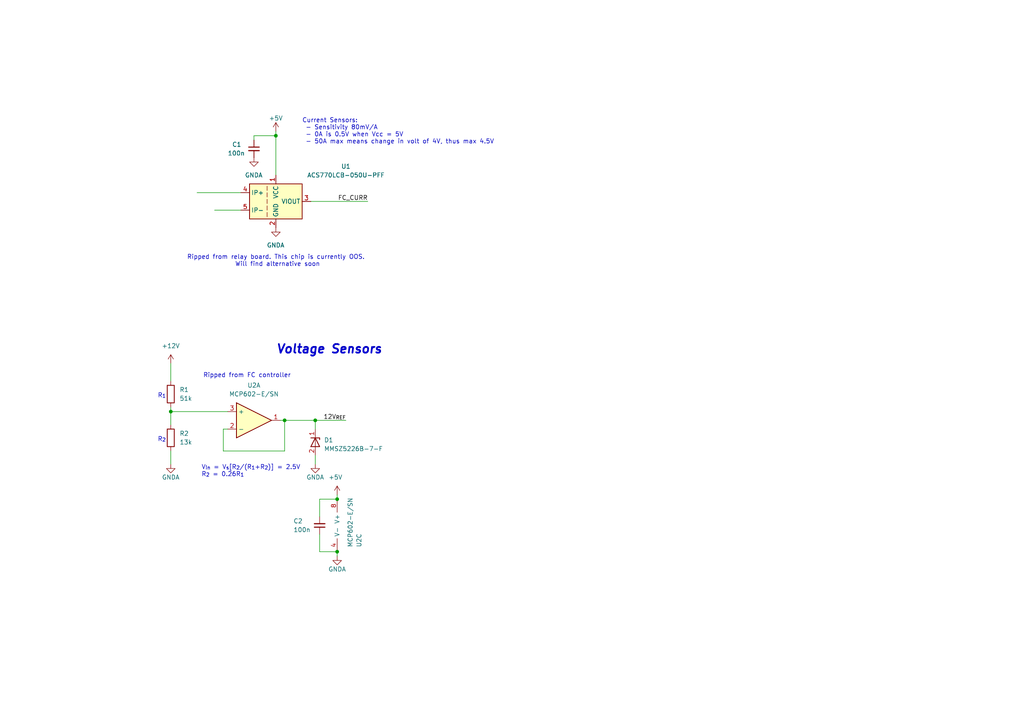
<source format=kicad_sch>
(kicad_sch (version 20231120) (generator "eeschema") (generator_version "8.0")
  (paper "A4")
  (lib_symbols
    (symbol "Device:C_Small" (pin_numbers hide) (pin_names (offset 0.254) hide)
      (property "Reference" "C" (at 0.254 1.778 0))
      (property "Value" "C_Small" (at 0.254 -2.032 0))
      (symbol "C_Small_0_1"
        (polyline (pts (xy -1.524 -0.508) (xy 1.524 -0.508)) (stroke (width 0.3302)))
        (polyline (pts (xy -1.524 0.508) (xy 1.524 0.508)) (stroke (width 0.3048)))
      )
      (symbol "C_Small_1_1"
        (pin passive line (at 0 2.54 270) (length 2.032) (name "~") (number "1"))
        (pin passive line (at 0 -2.54 90) (length 2.032) (name "~") (number "2"))
      )
    )
    (symbol "Device:Opamp_Dual"
      (property "Reference" "U" (at 0 5.08 0))
      (property "Value" "Opamp_Dual" (at 0 -5.08 0))
      (symbol "Opamp_Dual_1_1"
        (polyline (pts (xy -5.08 5.08) (xy 5.08 0) (xy -5.08 -5.08) (xy -5.08 5.08)) (stroke (width 0.254)) (fill (type background)))
        (pin output line (at 7.62 0 180) (length 2.54) (name "~") (number "1"))
        (pin input line (at -7.62 -2.54 0) (length 2.54) (name "-") (number "2"))
        (pin input line (at -7.62 2.54 0) (length 2.54) (name "+") (number "3"))
      )
      (symbol "Opamp_Dual_2_1"
        (polyline (pts (xy -5.08 5.08) (xy 5.08 0) (xy -5.08 -5.08) (xy -5.08 5.08)) (stroke (width 0.254)) (fill (type background)))
        (pin input line (at -7.62 2.54 0) (length 2.54) (name "+") (number "5"))
        (pin input line (at -7.62 -2.54 0) (length 2.54) (name "-") (number "6"))
        (pin output line (at 7.62 0 180) (length 2.54) (name "~") (number "7"))
      )
      (symbol "Opamp_Dual_3_1"
        (pin power_in line (at -2.54 -7.62 90) (length 3.81) (name "V-") (number "4"))
        (pin power_in line (at -2.54 7.62 270) (length 3.81) (name "V+") (number "8"))
      )
    )
    (symbol "Device:R" (pin_numbers hide) (pin_names (offset 0))
      (property "Reference" "R" (at 2.032 0 90))
      (property "Value" "R" (at 0 0 90))
      (symbol "R_0_1"
        (rectangle (start -1.016 -2.54) (end 1.016 2.54) (stroke (width 0.254)))
      )
      (symbol "R_1_1"
        (pin passive line (at 0 3.81 270) (length 1.27) (name "~") (number "1"))
        (pin passive line (at 0 -3.81 90) (length 1.27) (name "~") (number "2"))
      )
    )
    (symbol "FCC_Parts:MMSZ5226B-7-F"
      (property "Reference" "D" (at 0 3.81 0))
      (property "Value" "MMSZ5226B-7-F" (at 0 0 0))
      (property "Part#" "C155250" (at 0 0 0))
      (symbol "MMSZ5226B-7-F_0_1"
        (polyline (pts (xy 1.27 0) (xy -1.27 0)))
        (polyline (pts (xy -1.27 -1.27) (xy -1.27 1.27) (xy -0.762 1.27)) (stroke (width 0.254)))
        (polyline (pts (xy 1.27 -1.27) (xy 1.27 1.27) (xy -1.27 0) (xy 1.27 -1.27)) (stroke (width 0.254)))
      )
      (symbol "MMSZ5226B-7-F_1_1"
        (pin passive line (at -3.81 0 0) (length 2.54) (name "") (number "1"))
        (pin passive line (at 3.81 0 180) (length 2.54) (name "") (number "2"))
      )
    )
    (symbol "Sensor_Current:ACS770xCB-050B-PFF"
      (property "Reference" "U" (at -7.62 6.35 0))
      (property "Value" "ACS770xCB-050B-PFF" (at 2.54 6.35 0))
      (symbol "ACS770xCB-050B-PFF_0_1"
        (rectangle (start -7.62 5.08) (end 7.62 -5.08) (stroke (width 0.254)) (fill (type background)))
        (polyline (pts (xy -2.54 -3.175) (xy -2.54 -4.445)))
        (polyline (pts (xy -2.54 -1.27) (xy -2.54 -2.54)))
        (polyline (pts (xy -2.54 0.635) (xy -2.54 -0.635)))
        (polyline (pts (xy -2.54 1.27) (xy -2.54 2.54)))
        (polyline (pts (xy -2.54 3.175) (xy -2.54 4.445)))
      )
      (symbol "ACS770xCB-050B-PFF_1_1"
        (pin power_in line (at 0 7.62 270) (length 2.54) (name "VCC") (number "1"))
        (pin power_in line (at 0 -7.62 90) (length 2.54) (name "GND") (number "2"))
        (pin output line (at 10.16 0 180) (length 2.54) (name "VIOUT") (number "3"))
        (pin passive line (at -10.16 2.54 0) (length 2.54) (name "IP+") (number "4"))
        (pin passive line (at -10.16 -2.54 0) (length 2.54) (name "IP-") (number "5"))
      )
    )
    (symbol "power:+12V" (power) (pin_names (offset 0))
      (property "Value" "+12V" (at 0 3.556 0))
      (symbol "+12V_0_1"
        (polyline (pts (xy -0.762 1.27) (xy 0 2.54)))
        (polyline (pts (xy 0 0) (xy 0 2.54)))
        (polyline (pts (xy 0 2.54) (xy 0.762 1.27)))
      )
      (symbol "+12V_1_1"
        (pin power_in line (at 0 0 90) (length 0) hide (name "+12V") (number "1"))
      )
    )
    (symbol "power:+5V" (power) (pin_names (offset 0))
      (property "Value" "+5V" (at 0 3.556 0))
      (symbol "+5V_0_1"
        (polyline (pts (xy -0.762 1.27) (xy 0 2.54)))
        (polyline (pts (xy 0 0) (xy 0 2.54)))
        (polyline (pts (xy 0 2.54) (xy 0.762 1.27)))
      )
      (symbol "+5V_1_1"
        (pin power_in line (at 0 0 90) (length 0) hide (name "+5V") (number "1"))
      )
    )
    (symbol "power:GNDA" (power) (pin_names (offset 0))
      (property "Value" "GNDA" (at 0 -3.81 0))
      (symbol "GNDA_0_1"
        (polyline (pts (xy 0 0) (xy 0 -1.27) (xy 1.27 -1.27) (xy 0 -2.54) (xy -1.27 -1.27) (xy 0 -1.27)))
      )
      (symbol "GNDA_1_1"
        (pin power_in line (at 0 0 270) (length 0) hide (name "GNDA") (number "1"))
      )
    )
  )
  (junction (at 80.01 39.37))
  (junction (at 97.79 160.02))
  (junction (at 91.44 121.92))
  (junction (at 49.53 119.38))
  (junction (at 82.55 121.92))
  (junction (at 97.79 144.78))
  (wire (pts (xy 92.71 149.86) (xy 92.71 144.78)))
  (wire (pts (xy 97.79 143.51) (xy 97.79 144.78)))
  (wire (pts (xy 91.44 124.46) (xy 91.44 121.92)))
  (wire (pts (xy 92.71 160.02) (xy 92.71 154.94)))
  (wire (pts (xy 49.53 118.11) (xy 49.53 119.38)))
  (wire (pts (xy 49.53 105.41) (xy 49.53 110.49)))
  (wire (pts (xy 82.55 130.81) (xy 82.55 121.92)))
  (wire (pts (xy 73.66 40.64) (xy 73.66 39.37)))
  (wire (pts (xy 69.85 60.96) (xy 62.23 60.96)))
  (wire (pts (xy 80.01 39.37) (xy 80.01 50.8)))
  (wire (pts (xy 92.71 144.78) (xy 97.79 144.78)))
  (wire (pts (xy 64.77 124.46) (xy 66.04 124.46)))
  (wire (pts (xy 49.53 119.38) (xy 66.04 119.38)))
  (wire (pts (xy 97.79 161.29) (xy 97.79 160.02)))
  (wire (pts (xy 91.44 121.92) (xy 100.33 121.92)))
  (wire (pts (xy 90.17 58.42) (xy 106.68 58.42)))
  (wire (pts (xy 82.55 121.92) (xy 91.44 121.92)))
  (wire (pts (xy 49.53 130.81) (xy 49.53 134.62)))
  (wire (pts (xy 64.77 130.81) (xy 82.55 130.81)))
  (wire (pts (xy 49.53 119.38) (xy 49.53 123.19)))
  (wire (pts (xy 91.44 132.08) (xy 91.44 134.62)))
  (wire (pts (xy 81.28 121.92) (xy 82.55 121.92)))
  (wire (pts (xy 64.77 124.46) (xy 64.77 130.81)))
  (wire (pts (xy 73.66 39.37) (xy 80.01 39.37)))
  (wire (pts (xy 57.15 55.88) (xy 69.85 55.88)))
  (wire (pts (xy 97.79 160.02) (xy 92.71 160.02)))
  (wire (pts (xy 80.01 38.1) (xy 80.01 39.37)))
  (text "Voltage Sensors\n" (at 80.01 102.87 0) (effects (font (size 2.5 2.5) (thickness 0.5) (bold yes) (italic yes)) (justify left bottom)))
  (text "R_{1}" (at 45.72 115.57 0) (effects (font (size 1.27 1.27)) (justify left bottom)))
  (text "Ripped from relay board. This chip is currently OOS. \nWill find alternative soon" (at 80.518 75.692 0) (effects (font (size 1.27 1.27))))
  (text "R_{2}" (at 45.72 128.27 0) (effects (font (size 1.27 1.27)) (justify left bottom)))
  (text "Ripped from FC controller " (at 72.136 108.966 0) (effects (font (size 1.27 1.27))))
  (text "V_{in} = V_{s}[R_{2}/(R_{1}+R_{2})] = 2.5V\nR_{2} = 0.26R_{1}" (at 58.42 138.43 0) (effects (font (size 1.27 1.27)) (justify left bottom)))
  (text "Current Sensors:\n - Sensitivity 80mV/A\n - 0A is 0.5V when Vcc = 5V\n - 50A max means change in volt of 4V, thus max 4.5V" (at 87.63 41.91 0) (effects (font (size 1.27 1.27)) (justify left bottom)))
  (label "12V_{REF}" (at 100.33 121.92 180))
  (label "FC_CURR" (at 106.68 58.42 180))
  (symbol (lib_id "Device:C_Small") (at 73.66 43.18 0) (unit 1)
    (property "Reference" "C1" (at 67.31 41.91 0) (effects (justify left)))
    (property "Value" "100n" (at 66.04 44.45 0) (effects (justify left)))
    (property "Footprint" "Capacitor_SMD:C_0603_1608Metric" (effects (hide yes)))
    (property "Datasheet" "https://datasheet.lcsc.com/lcsc/2304140030_FH--Guangdong-Fenghua-Advanced-Tech-0603B104K101NT_C88219.pdf" (effects (hide yes)))
    (property "Part#" "C88219" (effects (hide yes)))
  )
  (symbol (lib_id "power:+12V") (at 49.53 105.41 0) (unit 1)
    (property "Reference" "#PWR010" (effects (hide yes)))
    (property "Value" "+12V" (at 49.53 100.33 0))
  )
  (symbol (lib_id "Device:Opamp_Dual") (at 100.33 152.4 0) (unit 3)
    (property "Reference" "U2" (at 104.14 158.75 90) (effects (justify left)))
    (property "Value" "MCP602-E/SN" (at 101.6 158.75 90) (effects (justify left)))
    (property "Footprint" "Package_SO:SOIC-8_3.9x4.9mm_P1.27mm" (effects (hide yes)))
    (property "Datasheet" "https://ww1.microchip.com/downloads/en/DeviceDoc/21314g.pdf" (effects (hide yes)))
    (property "Part#" "MCP602-E/SN-ND" (effects (hide yes)))
  )
  (symbol (lib_id "FCC_Parts:MMSZ5226B-7-F") (at 91.44 128.27 270) (unit 1)
    (property "Reference" "D1" (at 93.98 127.635 90) (effects (justify left)))
    (property "Value" "MMSZ5226B-7-F" (at 93.98 130.175 90) (effects (justify left)))
    (property "Footprint" "FC.FTP:D_SOD_123_M" (effects (hide yes)))
    (property "Datasheet" "https://www.diodes.com/assets/Datasheets/ds18010.pdf" (effects (hide yes)))
    (property "Part#" "C155250" (effects (hide yes)))
  )
  (symbol (lib_id "Device:Opamp_Dual") (at 73.66 121.92 0) (unit 1)
    (property "Reference" "U2" (at 73.66 111.76 0))
    (property "Value" "MCP602-E/SN" (at 73.66 114.3 0))
    (property "Footprint" "Package_SO:SOIC-8_3.9x4.9mm_P1.27mm" (effects (hide yes)))
    (property "Datasheet" "https://ww1.microchip.com/downloads/en/DeviceDoc/21314g.pdf" (effects (hide yes)))
    (property "Part#" "MCP602-E/SN-ND" (effects (hide yes)))
  )
  (symbol (lib_id "power:+5V") (at 80.01 38.1 0) (unit 1)
    (property "Reference" "#PWR08" (effects (hide yes)))
    (property "Value" "+5V" (at 80.01 34.29 0))
  )
  (symbol (lib_id "power:+5V") (at 97.79 143.51 0) (unit 1)
    (property "Reference" "#PWR016" (effects (hide yes)))
    (property "Value" "+5V" (at 95.25 138.43 0) (effects (justify left)))
  )
  (symbol (lib_id "Device:C_Small") (at 92.71 152.4 180) (unit 1)
    (property "Reference" "C2" (at 85.09 151.13 0) (effects (justify right)))
    (property "Value" "100n" (at 85.09 153.67 0) (effects (justify right)))
    (property "Footprint" "Capacitor_SMD:C_0603_1608Metric" (effects (hide yes)))
    (property "Currency" "CAD" (effects (hide yes)))
    (property "Part#" "C14663" (effects (hide yes)))
  )
  (symbol (lib_id "Device:R") (at 49.53 127 0) (unit 1)
    (property "Reference" "R2" (at 52.07 125.73 0) (effects (justify left)))
    (property "Value" "13k" (at 52.07 128.27 0) (effects (justify left)))
    (property "Footprint" "Resistor_SMD:R_0603_1608Metric" (effects (hide yes)))
    (property "Part#" "C22797" (effects (hide yes)))
  )
  (symbol (lib_id "power:GNDA") (at 97.79 161.29 0) (unit 1)
    (property "Reference" "#PWR017" (effects (hide yes)))
    (property "Value" "GNDA" (at 97.79 165.1 0))
  )
  (symbol (lib_id "power:GNDA") (at 73.66 45.72 0) (unit 1)
    (property "Reference" "#PWR07" (effects (hide yes)))
    (property "Value" "GNDA" (at 76.2 50.8 0) (effects (justify right)))
  )
  (symbol (lib_id "Device:R") (at 49.53 114.3 0) (unit 1)
    (property "Reference" "R1" (at 52.07 113.03 0) (effects (justify left)))
    (property "Value" "51k" (at 52.07 115.57 0) (effects (justify left)))
    (property "Footprint" "Resistor_SMD:R_0603_1608Metric" (effects (hide yes)))
    (property "Part#" "C23196" (effects (hide yes)))
  )
  (symbol (lib_id "power:GNDA") (at 91.44 134.62 0) (unit 1)
    (property "Reference" "#PWR014" (effects (hide yes)))
    (property "Value" "GNDA" (at 91.44 138.43 0))
  )
  (symbol (lib_id "power:GNDA") (at 80.01 66.04 0) (unit 1)
    (property "Reference" "#PWR09" (effects (hide yes)))
    (property "Value" "GNDA" (at 82.55 71.12 0) (effects (justify right)))
  )
  (symbol (lib_id "power:GNDA") (at 49.53 134.62 0) (unit 1)
    (property "Reference" "#PWR011" (effects (hide yes)))
    (property "Value" "GNDA" (at 49.53 138.43 0))
  )
  (symbol (lib_id "Sensor_Current:ACS770xCB-050B-PFF") (at 80.01 58.42 0) (unit 1)
    (property "Reference" "U1" (at 100.33 48.26 0))
    (property "Value" "ACS770LCB-050U-PFF" (at 100.33 50.8 0))
    (property "Footprint" "RB_FTP:Allegro_CB_PFF_Adjusted" (effects (hide yes)))
    (property "Datasheet" "https://www.allegromicro.com/~/media/Files/Datasheets/ACS770-Datasheet.ashx" (effects (hide yes)))
    (property "Part#" "620-1542-5-ND" (effects (hide yes)))
  )
)
</source>
